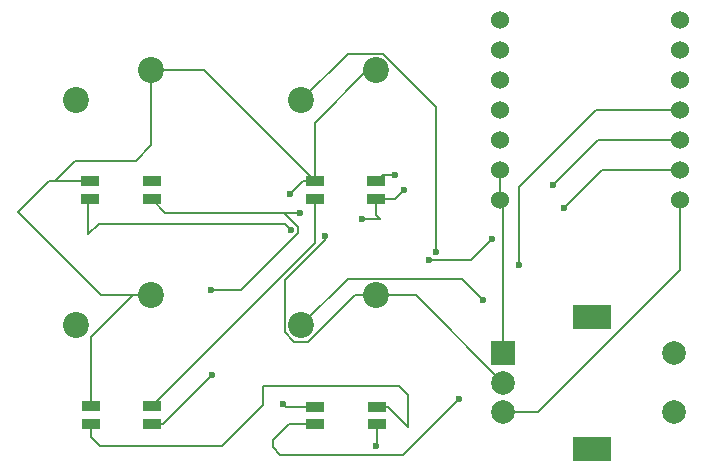
<source format=gbl>
%TF.GenerationSoftware,KiCad,Pcbnew,9.0.7*%
%TF.CreationDate,2026-01-25T00:35:13+11:00*%
%TF.ProjectId,HackPad!,4861636b-5061-4642-912e-6b696361645f,rev?*%
%TF.SameCoordinates,Original*%
%TF.FileFunction,Copper,L2,Bot*%
%TF.FilePolarity,Positive*%
%FSLAX46Y46*%
G04 Gerber Fmt 4.6, Leading zero omitted, Abs format (unit mm)*
G04 Created by KiCad (PCBNEW 9.0.7) date 2026-01-25 00:35:13*
%MOMM*%
%LPD*%
G01*
G04 APERTURE LIST*
G04 Aperture macros list*
%AMRoundRect*
0 Rectangle with rounded corners*
0 $1 Rounding radius*
0 $2 $3 $4 $5 $6 $7 $8 $9 X,Y pos of 4 corners*
0 Add a 4 corners polygon primitive as box body*
4,1,4,$2,$3,$4,$5,$6,$7,$8,$9,$2,$3,0*
0 Add four circle primitives for the rounded corners*
1,1,$1+$1,$2,$3*
1,1,$1+$1,$4,$5*
1,1,$1+$1,$6,$7*
1,1,$1+$1,$8,$9*
0 Add four rect primitives between the rounded corners*
20,1,$1+$1,$2,$3,$4,$5,0*
20,1,$1+$1,$4,$5,$6,$7,0*
20,1,$1+$1,$6,$7,$8,$9,0*
20,1,$1+$1,$8,$9,$2,$3,0*%
G04 Aperture macros list end*
%TA.AperFunction,SMDPad,CuDef*%
%ADD10RoundRect,0.082000X0.718000X-0.328000X0.718000X0.328000X-0.718000X0.328000X-0.718000X-0.328000X0*%
%TD*%
%TA.AperFunction,ComponentPad*%
%ADD11R,2.000000X2.000000*%
%TD*%
%TA.AperFunction,ComponentPad*%
%ADD12C,2.000000*%
%TD*%
%TA.AperFunction,ComponentPad*%
%ADD13R,3.200000X2.000000*%
%TD*%
%TA.AperFunction,ComponentPad*%
%ADD14C,2.200000*%
%TD*%
%TA.AperFunction,ComponentPad*%
%ADD15C,1.524000*%
%TD*%
%TA.AperFunction,ViaPad*%
%ADD16C,0.600000*%
%TD*%
%TA.AperFunction,Conductor*%
%ADD17C,0.200000*%
%TD*%
G04 APERTURE END LIST*
D10*
%TO.P,D2,1,VDD*%
%TO.N,+5V*%
X102612500Y-77252500D03*
%TO.P,D2,2,DOUT*%
%TO.N,unconnected-(D2-DOUT-Pad2)*%
X102612500Y-75752500D03*
%TO.P,D2,3,VSS*%
%TO.N,GND*%
X97412500Y-75752500D03*
%TO.P,D2,4,DIN*%
%TO.N,Net-(D1-DOUT)*%
X97412500Y-77252500D03*
%TD*%
D11*
%TO.P,SW5,A,A*%
%TO.N,Net-(U1-GPIO0{slash}TX)*%
X132350000Y-90300000D03*
D12*
%TO.P,SW5,B,B*%
%TO.N,Net-(U1-GPIO1{slash}RX)*%
X132350000Y-95300000D03*
%TO.P,SW5,C,C*%
%TO.N,GND*%
X132350000Y-92800000D03*
D13*
%TO.P,SW5,MP*%
%TO.N,N/C*%
X139850000Y-87200000D03*
X139850000Y-98400000D03*
D12*
%TO.P,SW5,S1,S1*%
%TO.N,Net-(U1-GPIO29{slash}ADC3{slash}A3)*%
X146850000Y-95300000D03*
%TO.P,SW5,S2,S2*%
%TO.N,GND*%
X146850000Y-90300000D03*
%TD*%
D14*
%TO.P,SW3,1,1*%
%TO.N,GND*%
X121602500Y-66357500D03*
%TO.P,SW3,2,2*%
%TO.N,Net-(U1-GPIO1{slash}RX)*%
X115252500Y-68897500D03*
%TD*%
D15*
%TO.P,U1,1,GPIO26/ADC0/A0*%
%TO.N,unconnected-(U1-GPIO26{slash}ADC0{slash}A0-Pad1)*%
X132100000Y-62100000D03*
%TO.P,U1,2,GPIO27/ADC1/A1*%
%TO.N,unconnected-(U1-GPIO27{slash}ADC1{slash}A1-Pad2)*%
X132100000Y-64640000D03*
%TO.P,U1,3,GPIO28/ADC2/A2*%
%TO.N,unconnected-(U1-GPIO28{slash}ADC2{slash}A2-Pad3)*%
X132100000Y-67180000D03*
%TO.P,U1,4,GPIO29/ADC3/A3*%
%TO.N,Net-(U1-GPIO29{slash}ADC3{slash}A3)*%
X132100000Y-69720000D03*
%TO.P,U1,5,GPIO6/SDA*%
%TO.N,Net-(D3-DIN)*%
X132100000Y-72260000D03*
%TO.P,U1,6,GPIO7/SCL*%
%TO.N,Net-(U1-GPIO0{slash}TX)*%
X132100000Y-74800000D03*
%TO.P,U1,7,GPIO0/TX*%
X132100000Y-77340000D03*
%TO.P,U1,8,GPIO1/RX*%
%TO.N,Net-(U1-GPIO1{slash}RX)*%
X147340000Y-77340000D03*
%TO.P,U1,9,GPIO2/SCK*%
%TO.N,Net-(U1-GPIO2{slash}SCK)*%
X147340000Y-74800000D03*
%TO.P,U1,10,GPIO4/MISO*%
%TO.N,Net-(U1-GPIO4{slash}MISO)*%
X147340000Y-72260000D03*
%TO.P,U1,11,GPIO3/MOSI*%
%TO.N,Net-(U1-GPIO3{slash}MOSI)*%
X147340000Y-69720000D03*
%TO.P,U1,12,3V3*%
%TO.N,unconnected-(U1-3V3-Pad12)*%
X147340000Y-67180000D03*
%TO.P,U1,13,GND*%
%TO.N,GND*%
X147340000Y-64640000D03*
%TO.P,U1,14,VBUS*%
%TO.N,+5V*%
X147340000Y-62100000D03*
%TD*%
D14*
%TO.P,SW4,1,1*%
%TO.N,GND*%
X121602500Y-85407500D03*
%TO.P,SW4,2,2*%
%TO.N,Net-(U1-GPIO3{slash}MOSI)*%
X115252500Y-87947500D03*
%TD*%
D10*
%TO.P,D3,1,VDD*%
%TO.N,+5V*%
X121662500Y-96317500D03*
%TO.P,D3,2,DOUT*%
%TO.N,Net-(D3-DOUT)*%
X121662500Y-94817500D03*
%TO.P,D3,3,VSS*%
%TO.N,GND*%
X116462500Y-94817500D03*
%TO.P,D3,4,DIN*%
%TO.N,Net-(D3-DIN)*%
X116462500Y-96317500D03*
%TD*%
D14*
%TO.P,SW1,1,1*%
%TO.N,GND*%
X102552500Y-66357500D03*
%TO.P,SW1,2,2*%
%TO.N,Net-(U1-GPIO2{slash}SCK)*%
X96202500Y-68897500D03*
%TD*%
D10*
%TO.P,D1,1,VDD*%
%TO.N,+5V*%
X121612500Y-77227500D03*
%TO.P,D1,2,DOUT*%
%TO.N,Net-(D1-DOUT)*%
X121612500Y-75727500D03*
%TO.P,D1,3,VSS*%
%TO.N,GND*%
X116412500Y-75727500D03*
%TO.P,D1,4,DIN*%
%TO.N,Net-(D1-DIN)*%
X116412500Y-77227500D03*
%TD*%
D14*
%TO.P,SW2,1,1*%
%TO.N,GND*%
X102552500Y-85407500D03*
%TO.P,SW2,2,2*%
%TO.N,Net-(U1-GPIO4{slash}MISO)*%
X96202500Y-87947500D03*
%TD*%
D10*
%TO.P,D4,1,VDD*%
%TO.N,+5V*%
X102650000Y-96255000D03*
%TO.P,D4,2,DOUT*%
%TO.N,Net-(D1-DIN)*%
X102650000Y-94755000D03*
%TO.P,D4,3,VSS*%
%TO.N,GND*%
X97450000Y-94755000D03*
%TO.P,D4,4,DIN*%
%TO.N,Net-(D3-DOUT)*%
X97450000Y-96255000D03*
%TD*%
D16*
%TO.N,Net-(D1-DOUT)*%
X123200000Y-75200000D03*
X114400000Y-79850000D03*
%TO.N,GND*%
X114275000Y-76850000D03*
X113700000Y-94575000D03*
X117250000Y-80350000D03*
%TO.N,+5V*%
X115175000Y-78400000D03*
X107650000Y-84975000D03*
X123950000Y-76500000D03*
X120425000Y-78925000D03*
X107700000Y-92125000D03*
X121575000Y-98175000D03*
%TO.N,Net-(U1-GPIO2{slash}SCK)*%
X137500000Y-78025000D03*
%TO.N,Net-(U1-GPIO4{slash}MISO)*%
X126050000Y-82400000D03*
X131425000Y-80625000D03*
X136600000Y-76075000D03*
%TO.N,Net-(U1-GPIO1{slash}RX)*%
X126700000Y-81750000D03*
%TO.N,Net-(U1-GPIO3{slash}MOSI)*%
X130675000Y-85825000D03*
X133675000Y-82825000D03*
%TO.N,Net-(D3-DIN)*%
X128575000Y-94200000D03*
%TD*%
D17*
%TO.N,Net-(D1-DOUT)*%
X97225000Y-80225000D02*
X98100000Y-79350000D01*
X113900000Y-79350000D02*
X114400000Y-79850000D01*
X122140000Y-75200000D02*
X121612500Y-75727500D01*
X97225000Y-77440000D02*
X97225000Y-80225000D01*
X98100000Y-79350000D02*
X113900000Y-79350000D01*
X123200000Y-75200000D02*
X122140000Y-75200000D01*
X97412500Y-77252500D02*
X97225000Y-77440000D01*
%TO.N,GND*%
X113851500Y-84120600D02*
X117250000Y-80722100D01*
X117250000Y-80722100D02*
X117250000Y-80350000D01*
X96102500Y-74025000D02*
X94375000Y-75752500D01*
X93872500Y-75752500D02*
X94375000Y-75752500D01*
X100996866Y-85407500D02*
X97450000Y-88954366D01*
X114672186Y-89348500D02*
X113851500Y-88527814D01*
X121602500Y-66357500D02*
X120817684Y-66357500D01*
X115397500Y-75727500D02*
X116412500Y-75727500D01*
X113942500Y-94817500D02*
X113700000Y-94575000D01*
X97450000Y-88954366D02*
X97450000Y-94755000D01*
X98332500Y-85407500D02*
X91275000Y-78350000D01*
X132350000Y-92800000D02*
X124957500Y-85407500D01*
X102552500Y-72697500D02*
X101225000Y-74025000D01*
X102552500Y-85407500D02*
X100996866Y-85407500D01*
X101225000Y-74025000D02*
X96102500Y-74025000D01*
X113851500Y-88527814D02*
X113851500Y-84120600D01*
X121602500Y-85407500D02*
X119773814Y-85407500D01*
X107042500Y-66357500D02*
X116412500Y-75727500D01*
X114275000Y-76850000D02*
X115397500Y-75727500D01*
X116462500Y-94817500D02*
X113942500Y-94817500D01*
X102552500Y-66357500D02*
X102552500Y-72697500D01*
X115832814Y-89348500D02*
X114672186Y-89348500D01*
X102552500Y-66357500D02*
X107042500Y-66357500D01*
X119773814Y-85407500D02*
X115832814Y-89348500D01*
X102552500Y-85407500D02*
X98332500Y-85407500D01*
X116412500Y-70762684D02*
X116412500Y-75727500D01*
X91275000Y-78350000D02*
X93872500Y-75752500D01*
X124957500Y-85407500D02*
X121602500Y-85407500D01*
X94375000Y-75752500D02*
X97412500Y-75752500D01*
X120817684Y-66357500D02*
X116412500Y-70762684D01*
%TO.N,Net-(D1-DIN)*%
X116412500Y-80992500D02*
X116412500Y-77227500D01*
X102650000Y-94755000D02*
X116412500Y-80992500D01*
%TO.N,+5V*%
X102650000Y-96255000D02*
X103570000Y-96255000D01*
X113799943Y-78400000D02*
X115175000Y-78400000D01*
X115001000Y-80098943D02*
X115001000Y-79601057D01*
X103570000Y-96255000D02*
X107700000Y-92125000D01*
X103760000Y-78400000D02*
X113799943Y-78400000D01*
X121925000Y-78925000D02*
X121612500Y-78612500D01*
X121612500Y-78612500D02*
X121612500Y-77227500D01*
X123222500Y-77227500D02*
X121612500Y-77227500D01*
X123950000Y-76500000D02*
X123222500Y-77227500D01*
X110124943Y-84975000D02*
X115001000Y-80098943D01*
X120425000Y-78925000D02*
X121925000Y-78925000D01*
X121662500Y-98087500D02*
X121575000Y-98175000D01*
X107650000Y-84975000D02*
X110124943Y-84975000D01*
X115001000Y-79601057D02*
X113799943Y-78400000D01*
X102612500Y-77252500D02*
X103760000Y-78400000D01*
X121662500Y-96317500D02*
X121662500Y-98087500D01*
%TO.N,Net-(U1-GPIO2{slash}SCK)*%
X140725000Y-74800000D02*
X147340000Y-74800000D01*
X137500000Y-78025000D02*
X140725000Y-74800000D01*
%TO.N,Net-(U1-GPIO4{slash}MISO)*%
X129650000Y-82400000D02*
X131425000Y-80625000D01*
X126050000Y-82400000D02*
X129650000Y-82400000D01*
X140415000Y-72260000D02*
X147340000Y-72260000D01*
X136600000Y-76075000D02*
X140415000Y-72260000D01*
%TO.N,Net-(U1-GPIO1{slash}RX)*%
X119193500Y-64956500D02*
X115252500Y-68897500D01*
X126700000Y-69473686D02*
X122182814Y-64956500D01*
X132350000Y-95300000D02*
X135300000Y-95300000D01*
X126700000Y-81750000D02*
X126700000Y-69473686D01*
X147340000Y-83260000D02*
X147340000Y-77340000D01*
X135300000Y-95300000D02*
X147340000Y-83260000D01*
X122182814Y-64956500D02*
X119193500Y-64956500D01*
%TO.N,Net-(U1-GPIO3{slash}MOSI)*%
X140180000Y-69720000D02*
X133675000Y-76225000D01*
X128856500Y-84006500D02*
X119193500Y-84006500D01*
X147340000Y-69720000D02*
X140180000Y-69720000D01*
X133675000Y-76225000D02*
X133675000Y-82825000D01*
X130675000Y-85825000D02*
X128856500Y-84006500D01*
X119193500Y-84006500D02*
X115252500Y-87947500D01*
%TO.N,Net-(D3-DOUT)*%
X97450000Y-96255000D02*
X97450000Y-97400000D01*
X112025000Y-93100000D02*
X123575000Y-93100000D01*
X112025000Y-94700000D02*
X112025000Y-93100000D01*
X98200000Y-98150000D02*
X108575000Y-98150000D01*
X97450000Y-97400000D02*
X98200000Y-98150000D01*
X124275000Y-96500000D02*
X122592500Y-94817500D01*
X122592500Y-94817500D02*
X121662500Y-94817500D01*
X123575000Y-93100000D02*
X124275000Y-93800000D01*
X124275000Y-93800000D02*
X124275000Y-96500000D01*
X108575000Y-98150000D02*
X112025000Y-94700000D01*
%TO.N,Net-(D3-DIN)*%
X113500000Y-98925000D02*
X112850000Y-98275000D01*
X112850000Y-98275000D02*
X112850000Y-97650000D01*
X128575000Y-94200000D02*
X123850000Y-98925000D01*
X123850000Y-98925000D02*
X113500000Y-98925000D01*
X112850000Y-97650000D02*
X114182500Y-96317500D01*
X114182500Y-96317500D02*
X116462500Y-96317500D01*
%TO.N,Net-(U1-GPIO0{slash}TX)*%
X132100000Y-74800000D02*
X132100000Y-77340000D01*
X132350000Y-90300000D02*
X132350000Y-77590000D01*
X132350000Y-77590000D02*
X132100000Y-77340000D01*
%TD*%
M02*

</source>
